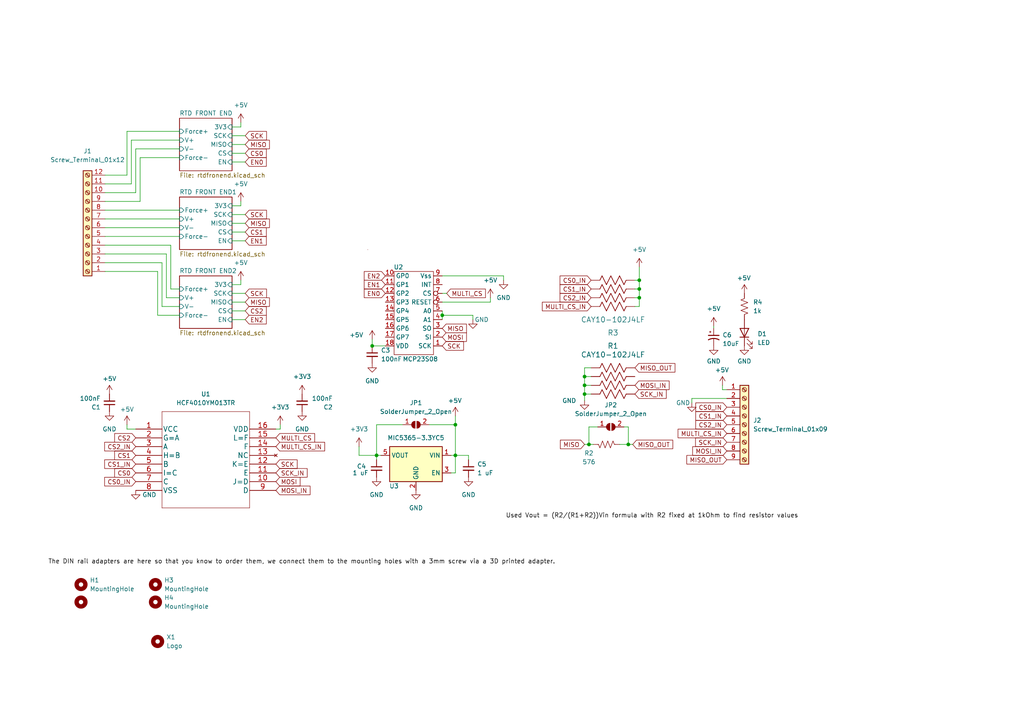
<source format=kicad_sch>
(kicad_sch (version 20211123) (generator eeschema)
  (paper "A4")
  (lib_symbols
    (symbol "CAY10-102J4LF:CAY10-102J4LF" (pin_numbers hide) (pin_names (offset -2.54) hide)
      (property "Reference" "R" (at 7.62 2.54 0))
      (property "Value" "CAY10-102J4LF" (at 6.35 -6.985 0))
      (symbol "CAY10-102J4LF_1_1"
        (polyline (pts (xy 2.54 -7.62) (xy 3.175 -6.35)) (stroke (width 0.2032)))
        (polyline (pts (xy 2.54 -5.08) (xy 3.175 -3.81)) (stroke (width 0.2032)))
        (polyline (pts (xy 2.54 -2.54) (xy 3.175 -1.27)) (stroke (width 0.2032)))
        (polyline (pts (xy 2.54 0) (xy 3.175 1.27)) (stroke (width 0.2032)))
        (polyline (pts (xy 3.175 -6.35) (xy 4.445 -8.89)) (stroke (width 0.2032)))
        (polyline (pts (xy 3.175 -3.81) (xy 4.445 -6.35)) (stroke (width 0.2032)))
        (polyline (pts (xy 3.175 -1.27) (xy 4.445 -3.81)) (stroke (width 0.2032)))
        (polyline (pts (xy 3.175 1.27) (xy 4.445 -1.27)) (stroke (width 0.2032)))
        (polyline (pts (xy 4.445 -8.89) (xy 5.715 -6.35)) (stroke (width 0.2032)))
        (polyline (pts (xy 4.445 -6.35) (xy 5.715 -3.81)) (stroke (width 0.2032)))
        (polyline (pts (xy 4.445 -3.81) (xy 5.715 -1.27)) (stroke (width 0.2032)))
        (polyline (pts (xy 4.445 -1.27) (xy 5.715 1.27)) (stroke (width 0.2032)))
        (polyline (pts (xy 5.715 -6.35) (xy 6.985 -8.89)) (stroke (width 0.2032)))
        (polyline (pts (xy 5.715 -3.81) (xy 6.985 -6.35)) (stroke (width 0.2032)))
        (polyline (pts (xy 5.715 -1.27) (xy 6.985 -3.81)) (stroke (width 0.2032)))
        (polyline (pts (xy 5.715 1.27) (xy 6.985 -1.27)) (stroke (width 0.2032)))
        (polyline (pts (xy 6.985 -8.89) (xy 8.255 -6.35)) (stroke (width 0.2032)))
        (polyline (pts (xy 6.985 -6.35) (xy 8.255 -3.81)) (stroke (width 0.2032)))
        (polyline (pts (xy 6.985 -3.81) (xy 8.255 -1.27)) (stroke (width 0.2032)))
        (polyline (pts (xy 6.985 -1.27) (xy 8.255 1.27)) (stroke (width 0.2032)))
        (polyline (pts (xy 8.255 -6.35) (xy 9.525 -8.89)) (stroke (width 0.2032)))
        (polyline (pts (xy 8.255 -3.81) (xy 9.525 -6.35)) (stroke (width 0.2032)))
        (polyline (pts (xy 8.255 -1.27) (xy 9.525 -3.81)) (stroke (width 0.2032)))
        (polyline (pts (xy 8.255 1.27) (xy 9.525 -1.27)) (stroke (width 0.2032)))
        (polyline (pts (xy 9.525 -8.89) (xy 10.16 -7.62)) (stroke (width 0.2032)))
        (polyline (pts (xy 9.525 -6.35) (xy 10.16 -5.08)) (stroke (width 0.2032)))
        (polyline (pts (xy 9.525 -3.81) (xy 10.16 -2.54)) (stroke (width 0.2032)))
        (polyline (pts (xy 9.525 -1.27) (xy 10.16 0)) (stroke (width 0.2032)))
        (pin unspecified line (at 0 0 0) (length 2.54) (name "1") (number "1"))
        (pin unspecified line (at 0 -2.54 0) (length 2.54) (name "2") (number "2"))
        (pin unspecified line (at 0 -5.08 0) (length 2.54) (name "3") (number "3"))
        (pin unspecified line (at 0 -7.62 0) (length 2.54) (name "4") (number "4"))
        (pin unspecified line (at 12.7 -7.62 180) (length 2.54) (name "5") (number "5"))
        (pin unspecified line (at 12.7 -5.08 180) (length 2.54) (name "6") (number "6"))
        (pin unspecified line (at 12.7 -2.54 180) (length 2.54) (name "7") (number "7"))
        (pin unspecified line (at 12.7 0 180) (length 2.54) (name "8") (number "8"))
      )
    )
    (symbol "Connector:Screw_Terminal_01x09" (pin_names (offset 1.016) hide)
      (property "Reference" "J" (at 0 12.7 0))
      (property "Value" "Screw_Terminal_01x09" (at 0 -12.7 0))
      (symbol "Screw_Terminal_01x09_1_1"
        (rectangle (start -1.27 11.43) (end 1.27 -11.43) (stroke (width 0.254)) (fill (type background)))
        (circle (center 0 -10.16) (radius 0.635) (stroke (width 0.1524)))
        (circle (center 0 -7.62) (radius 0.635) (stroke (width 0.1524)))
        (circle (center 0 -5.08) (radius 0.635) (stroke (width 0.1524)))
        (circle (center 0 -2.54) (radius 0.635) (stroke (width 0.1524)))
        (polyline (pts (xy -0.5334 -9.8298) (xy 0.3302 -10.668)) (stroke (width 0.1524)))
        (polyline (pts (xy -0.5334 -7.2898) (xy 0.3302 -8.128)) (stroke (width 0.1524)))
        (polyline (pts (xy -0.5334 -4.7498) (xy 0.3302 -5.588)) (stroke (width 0.1524)))
        (polyline (pts (xy -0.5334 -2.2098) (xy 0.3302 -3.048)) (stroke (width 0.1524)))
        (polyline (pts (xy -0.5334 0.3302) (xy 0.3302 -0.508)) (stroke (width 0.1524)))
        (polyline (pts (xy -0.5334 2.8702) (xy 0.3302 2.032)) (stroke (width 0.1524)))
        (polyline (pts (xy -0.5334 5.4102) (xy 0.3302 4.572)) (stroke (width 0.1524)))
        (polyline (pts (xy -0.5334 7.9502) (xy 0.3302 7.112)) (stroke (width 0.1524)))
        (polyline (pts (xy -0.5334 10.4902) (xy 0.3302 9.652)) (stroke (width 0.1524)))
        (polyline (pts (xy -0.3556 -9.652) (xy 0.508 -10.4902)) (stroke (width 0.1524)))
        (polyline (pts (xy -0.3556 -7.112) (xy 0.508 -7.9502)) (stroke (width 0.1524)))
        (polyline (pts (xy -0.3556 -4.572) (xy 0.508 -5.4102)) (stroke (width 0.1524)))
        (polyline (pts (xy -0.3556 -2.032) (xy 0.508 -2.8702)) (stroke (width 0.1524)))
        (polyline (pts (xy -0.3556 0.508) (xy 0.508 -0.3302)) (stroke (width 0.1524)))
        (polyline (pts (xy -0.3556 3.048) (xy 0.508 2.2098)) (stroke (width 0.1524)))
        (polyline (pts (xy -0.3556 5.588) (xy 0.508 4.7498)) (stroke (width 0.1524)))
        (polyline (pts (xy -0.3556 8.128) (xy 0.508 7.2898)) (stroke (width 0.1524)))
        (polyline (pts (xy -0.3556 10.668) (xy 0.508 9.8298)) (stroke (width 0.1524)))
        (circle (center 0 0) (radius 0.635) (stroke (width 0.1524)))
        (circle (center 0 2.54) (radius 0.635) (stroke (width 0.1524)))
        (circle (center 0 5.08) (radius 0.635) (stroke (width 0.1524)))
        (circle (center 0 7.62) (radius 0.635) (stroke (width 0.1524)))
        (circle (center 0 10.16) (radius 0.635) (stroke (width 0.1524)))
        (pin passive line (at -5.08 10.16 0) (length 3.81) (name "Pin_1") (number "1"))
        (pin passive line (at -5.08 7.62 0) (length 3.81) (name "Pin_2") (number "2"))
        (pin passive line (at -5.08 5.08 0) (length 3.81) (name "Pin_3") (number "3"))
        (pin passive line (at -5.08 2.54 0) (length 3.81) (name "Pin_4") (number "4"))
        (pin passive line (at -5.08 0 0) (length 3.81) (name "Pin_5") (number "5"))
        (pin passive line (at -5.08 -2.54 0) (length 3.81) (name "Pin_6") (number "6"))
        (pin passive line (at -5.08 -5.08 0) (length 3.81) (name "Pin_7") (number "7"))
        (pin passive line (at -5.08 -7.62 0) (length 3.81) (name "Pin_8") (number "8"))
        (pin passive line (at -5.08 -10.16 0) (length 3.81) (name "Pin_9") (number "9"))
      )
    )
    (symbol "Connector:Screw_Terminal_01x12" (pin_names (offset 1.016) hide)
      (property "Reference" "J" (at 0 15.24 0))
      (property "Value" "Screw_Terminal_01x12" (at 0 -17.78 0))
      (symbol "Screw_Terminal_01x12_1_1"
        (rectangle (start -1.27 13.97) (end 1.27 -16.51) (stroke (width 0.254)) (fill (type background)))
        (circle (center 0 -15.24) (radius 0.635) (stroke (width 0.1524)))
        (circle (center 0 -12.7) (radius 0.635) (stroke (width 0.1524)))
        (circle (center 0 -10.16) (radius 0.635) (stroke (width 0.1524)))
        (circle (center 0 -7.62) (radius 0.635) (stroke (width 0.1524)))
        (circle (center 0 -5.08) (radius 0.635) (stroke (width 0.1524)))
        (circle (center 0 -2.54) (radius 0.635) (stroke (width 0.1524)))
        (polyline (pts (xy -0.5334 -14.9098) (xy 0.3302 -15.748)) (stroke (width 0.1524)))
        (polyline (pts (xy -0.5334 -12.3698) (xy 0.3302 -13.208)) (stroke (width 0.1524)))
        (polyline (pts (xy -0.5334 -9.8298) (xy 0.3302 -10.668)) (stroke (width 0.1524)))
        (polyline (pts (xy -0.5334 -7.2898) (xy 0.3302 -8.128)) (stroke (width 0.1524)))
        (polyline (pts (xy -0.5334 -4.7498) (xy 0.3302 -5.588)) (stroke (width 0.1524)))
        (polyline (pts (xy -0.5334 -2.2098) (xy 0.3302 -3.048)) (stroke (width 0.1524)))
        (polyline (pts (xy -0.5334 0.3302) (xy 0.3302 -0.508)) (stroke (width 0.1524)))
        (polyline (pts (xy -0.5334 2.8702) (xy 0.3302 2.032)) (stroke (width 0.1524)))
        (polyline (pts (xy -0.5334 5.4102) (xy 0.3302 4.572)) (stroke (width 0.1524)))
        (polyline (pts (xy -0.5334 7.9502) (xy 0.3302 7.112)) (stroke (width 0.1524)))
        (polyline (pts (xy -0.5334 10.4902) (xy 0.3302 9.652)) (stroke (width 0.1524)))
        (polyline (pts (xy -0.5334 13.0302) (xy 0.3302 12.192)) (stroke (width 0.1524)))
        (polyline (pts (xy -0.3556 -14.732) (xy 0.508 -15.5702)) (stroke (width 0.1524)))
        (polyline (pts (xy -0.3556 -12.192) (xy 0.508 -13.0302)) (stroke (width 0.1524)))
        (polyline (pts (xy -0.3556 -9.652) (xy 0.508 -10.4902)) (stroke (width 0.1524)))
        (polyline (pts (xy -0.3556 -7.112) (xy 0.508 -7.9502)) (stroke (width 0.1524)))
        (polyline (pts (xy -0.3556 -4.572) (xy 0.508 -5.4102)) (stroke (width 0.1524)))
        (polyline (pts (xy -0.3556 -2.032) (xy 0.508 -2.8702)) (stroke (width 0.1524)))
        (polyline (pts (xy -0.3556 0.508) (xy 0.508 -0.3302)) (stroke (width 0.1524)))
        (polyline (pts (xy -0.3556 3.048) (xy 0.508 2.2098)) (stroke (width 0.1524)))
        (polyline (pts (xy -0.3556 5.588) (xy 0.508 4.7498)) (stroke (width 0.1524)))
        (polyline (pts (xy -0.3556 8.128) (xy 0.508 7.2898)) (stroke (width 0.1524)))
        (polyline (pts (xy -0.3556 10.668) (xy 0.508 9.8298)) (stroke (width 0.1524)))
        (polyline (pts (xy -0.3556 13.208) (xy 0.508 12.3698)) (stroke (width 0.1524)))
        (circle (center 0 0) (radius 0.635) (stroke (width 0.1524)))
        (circle (center 0 2.54) (radius 0.635) (stroke (width 0.1524)))
        (circle (center 0 5.08) (radius 0.635) (stroke (width 0.1524)))
        (circle (center 0 7.62) (radius 0.635) (stroke (width 0.1524)))
        (circle (center 0 10.16) (radius 0.635) (stroke (width 0.1524)))
        (circle (center 0 12.7) (radius 0.635) (stroke (width 0.1524)))
        (pin passive line (at -5.08 12.7 0) (length 3.81) (name "Pin_1") (number "1"))
        (pin passive line (at -5.08 -10.16 0) (length 3.81) (name "Pin_10") (number "10"))
        (pin passive line (at -5.08 -12.7 0) (length 3.81) (name "Pin_11") (number "11"))
        (pin passive line (at -5.08 -15.24 0) (length 3.81) (name "Pin_12") (number "12"))
        (pin passive line (at -5.08 10.16 0) (length 3.81) (name "Pin_2") (number "2"))
        (pin passive line (at -5.08 7.62 0) (length 3.81) (name "Pin_3") (number "3"))
        (pin passive line (at -5.08 5.08 0) (length 3.81) (name "Pin_4") (number "4"))
        (pin passive line (at -5.08 2.54 0) (length 3.81) (name "Pin_5") (number "5"))
        (pin passive line (at -5.08 0 0) (length 3.81) (name "Pin_6") (number "6"))
        (pin passive line (at -5.08 -2.54 0) (length 3.81) (name "Pin_7") (number "7"))
        (pin passive line (at -5.08 -5.08 0) (length 3.81) (name "Pin_8") (number "8"))
        (pin passive line (at -5.08 -7.62 0) (length 3.81) (name "Pin_9") (number "9"))
      )
    )
    (symbol "Device:C_Polarized_Small_US" (pin_numbers hide) (pin_names (offset 0.254) hide)
      (property "Reference" "C" (at 0.254 1.778 0))
      (property "Value" "C_Polarized_Small_US" (at 0.254 -2.032 0))
      (symbol "C_Polarized_Small_US_0_1"
        (polyline (pts (xy -1.524 0.508) (xy 1.524 0.508)) (stroke (width 0.3048)))
        (polyline (pts (xy -1.27 1.524) (xy -0.762 1.524)))
        (polyline (pts (xy -1.016 1.27) (xy -1.016 1.778)))
        (arc (start 1.524 -0.762) (mid 0 -0.3734) (end -1.524 -0.762) (stroke (width 0.3048)))
      )
      (symbol "C_Polarized_Small_US_1_1"
        (pin passive line (at 0 2.54 270) (length 2.032) (name "~") (number "1"))
        (pin passive line (at 0 -2.54 90) (length 2.032) (name "~") (number "2"))
      )
    )
    (symbol "Device:C_Small" (pin_numbers hide) (pin_names (offset 0.254) hide)
      (property "Reference" "C" (at 0.254 1.778 0))
      (property "Value" "C_Small" (at 0.254 -2.032 0))
      (symbol "C_Small_0_1"
        (polyline (pts (xy -1.524 -0.508) (xy 1.524 -0.508)) (stroke (width 0.3302)))
        (polyline (pts (xy -1.524 0.508) (xy 1.524 0.508)) (stroke (width 0.3048)))
      )
      (symbol "C_Small_1_1"
        (pin passive line (at 0 2.54 270) (length 2.032) (name "~") (number "1"))
        (pin passive line (at 0 -2.54 90) (length 2.032) (name "~") (number "2"))
      )
    )
    (symbol "Device:LED" (pin_numbers hide) (pin_names (offset 1.016) hide)
      (property "Reference" "D" (at 0 2.54 0))
      (property "Value" "LED" (at 0 -2.54 0))
      (symbol "LED_0_1"
        (polyline (pts (xy -1.27 -1.27) (xy -1.27 1.27)) (stroke (width 0.254)))
        (polyline (pts (xy -1.27 0) (xy 1.27 0)))
        (polyline (pts (xy 1.27 -1.27) (xy 1.27 1.27) (xy -1.27 0) (xy 1.27 -1.27)) (stroke (width 0.254)))
        (polyline (pts (xy -3.048 -0.762) (xy -4.572 -2.286) (xy -3.81 -2.286) (xy -4.572 -2.286) (xy -4.572 -1.524)))
        (polyline (pts (xy -1.778 -0.762) (xy -3.302 -2.286) (xy -2.54 -2.286) (xy -3.302 -2.286) (xy -3.302 -1.524)))
      )
      (symbol "LED_1_1"
        (pin passive line (at -3.81 0 0) (length 2.54) (name "K") (number "1"))
        (pin passive line (at 3.81 0 180) (length 2.54) (name "A") (number "2"))
      )
    )
    (symbol "Device:R_US" (pin_numbers hide) (pin_names (offset 0))
      (property "Reference" "R" (at 2.54 0 90))
      (property "Value" "R_US" (at -2.54 0 90))
      (symbol "R_US_0_1"
        (polyline (pts (xy 0 -2.286) (xy 0 -2.54)))
        (polyline (pts (xy 0 2.286) (xy 0 2.54)))
        (polyline (pts (xy 0 -0.762) (xy 1.016 -1.143) (xy 0 -1.524) (xy -1.016 -1.905) (xy 0 -2.286)))
        (polyline (pts (xy 0 0.762) (xy 1.016 0.381) (xy 0 0) (xy -1.016 -0.381) (xy 0 -0.762)))
        (polyline (pts (xy 0 2.286) (xy 1.016 1.905) (xy 0 1.524) (xy -1.016 1.143) (xy 0 0.762)))
      )
      (symbol "R_US_1_1"
        (pin passive line (at 0 3.81 270) (length 1.27) (name "~") (number "1"))
        (pin passive line (at 0 -3.81 90) (length 1.27) (name "~") (number "2"))
      )
    )
    (symbol "HCF4010:HCF4010YM013TR" (pin_names (offset 0.254))
      (property "Reference" "U" (at 20.32 10.16 0))
      (property "Value" "HCF4010YM013TR" (at 20.32 7.62 0))
      (symbol "HCF4010YM013TR_1_1"
        (polyline (pts (xy 7.62 -22.86) (xy 33.02 -22.86)) (stroke (width 0.127)))
        (polyline (pts (xy 7.62 5.08) (xy 7.62 -22.86)) (stroke (width 0.127)))
        (polyline (pts (xy 33.02 -22.86) (xy 33.02 5.08)) (stroke (width 0.127)))
        (polyline (pts (xy 33.02 5.08) (xy 7.62 5.08)) (stroke (width 0.127)))
        (pin power_in line (at 0 0 0) (length 7.62) (name "VCC") (number "1"))
        (pin unspecified line (at 40.64 -15.24 180) (length 7.62) (name "J=D") (number "10"))
        (pin unspecified line (at 40.64 -12.7 180) (length 7.62) (name "E") (number "11"))
        (pin unspecified line (at 40.64 -10.16 180) (length 7.62) (name "K=E") (number "12"))
        (pin no_connect line (at 40.64 -7.62 180) (length 7.62) (name "NC") (number "13"))
        (pin unspecified line (at 40.64 -5.08 180) (length 7.62) (name "F") (number "14"))
        (pin unspecified line (at 40.64 -2.54 180) (length 7.62) (name "L=F") (number "15"))
        (pin power_in line (at 40.64 0 180) (length 7.62) (name "VDD") (number "16"))
        (pin unspecified line (at 0 -2.54 0) (length 7.62) (name "G=A") (number "2"))
        (pin unspecified line (at 0 -5.08 0) (length 7.62) (name "A") (number "3"))
        (pin unspecified line (at 0 -7.62 0) (length 7.62) (name "H=B") (number "4"))
        (pin unspecified line (at 0 -10.16 0) (length 7.62) (name "B") (number "5"))
        (pin unspecified line (at 0 -12.7 0) (length 7.62) (name "I=C") (number "6"))
        (pin unspecified line (at 0 -15.24 0) (length 7.62) (name "C") (number "7"))
        (pin power_in line (at 0 -17.78 0) (length 7.62) (name "VSS") (number "8"))
        (pin unspecified line (at 40.64 -17.78 180) (length 7.62) (name "D") (number "9"))
      )
    )
    (symbol "Jumper:SolderJumper_2_Open" (pin_names (offset 0) hide)
      (property "Reference" "JP" (at 0 2.032 0))
      (property "Value" "SolderJumper_2_Open" (at 0 -2.54 0))
      (symbol "SolderJumper_2_Open_0_1"
        (arc (start -0.254 1.016) (mid -1.27 0) (end -0.254 -1.016))
        (arc (start -0.254 1.016) (mid -1.27 0) (end -0.254 -1.016) (fill (type outline)))
        (polyline (pts (xy -0.254 1.016) (xy -0.254 -1.016)))
        (polyline (pts (xy 0.254 1.016) (xy 0.254 -1.016)))
        (arc (start 0.254 -1.016) (mid 1.27 0) (end 0.254 1.016))
        (arc (start 0.254 -1.016) (mid 1.27 0) (end 0.254 1.016) (fill (type outline)))
      )
      (symbol "SolderJumper_2_Open_1_1"
        (pin passive line (at -3.81 0 0) (length 2.54) (name "A") (number "1"))
        (pin passive line (at 3.81 0 180) (length 2.54) (name "B") (number "2"))
      )
    )
    (symbol "Mechanical:MountingHole" (pin_names (offset 1.016))
      (property "Reference" "H" (at 0 5.08 0))
      (property "Value" "MountingHole" (at 0 3.175 0))
      (symbol "MountingHole_0_1"
        (circle (center 0 0) (radius 1.27) (stroke (width 1.27)))
      )
    )
    (symbol "Regulator_Linear:MIC5365-3.3YC5"
      (property "Reference" "U" (at -6.35 6.35 0))
      (property "Value" "MIC5365-3.3YC5" (at 0 6.35 0))
      (symbol "MIC5365-3.3YC5_0_1"
        (rectangle (start -7.62 -5.08) (end 7.62 5.08) (stroke (width 0.254)) (fill (type background)))
      )
      (symbol "MIC5365-3.3YC5_1_1"
        (pin power_in line (at -10.16 2.54 0) (length 2.54) (name "VIN") (number "1"))
        (pin power_in line (at 0 -7.62 90) (length 2.54) (name "GND") (number "2"))
        (pin input line (at -10.16 -2.54 0) (length 2.54) (name "EN") (number "3"))
        (pin no_connect line (at 7.62 -2.54 180) (length 2.54) hide (name "NC") (number "4"))
        (pin power_out line (at 10.16 2.54 180) (length 2.54) (name "VOUT") (number "5"))
      )
    )
    (symbol "SBC_LIBRARY:MCP23S08"
      (property "Reference" "U" (at -3.81 13.97 0))
      (property "Value" "MCP23S08" (at -1.27 -12.7 0))
      (symbol "MCP23S08_0_1"
        (rectangle (start -6.35 12.7) (end 5.08 -11.43))
        (rectangle (start 12.7 -17.78) (end 12.7 -17.78))
      )
      (symbol "MCP23S08_1_1"
        (pin input line (at -8.89 10.16 0) (length 2.54) (name "SCK") (number "1"))
        (pin bidirectional line (at 7.62 -10.16 180) (length 2.54) (name "GP0") (number "10"))
        (pin bidirectional line (at 7.62 -7.62 180) (length 2.54) (name "GP1") (number "11"))
        (pin bidirectional line (at 7.62 -5.08 180) (length 2.54) (name "GP2") (number "12"))
        (pin bidirectional line (at 7.62 -2.54 180) (length 2.54) (name "GP3") (number "13"))
        (pin bidirectional line (at 7.62 0 180) (length 2.54) (name "GP4") (number "14"))
        (pin bidirectional line (at 7.62 2.54 180) (length 2.54) (name "GP5") (number "15"))
        (pin bidirectional line (at 7.62 5.08 180) (length 2.54) (name "GP6") (number "16"))
        (pin bidirectional line (at 7.62 7.62 180) (length 2.54) (name "GP7") (number "17"))
        (pin input line (at 7.62 10.16 180) (length 2.54) (name "VDD") (number "18"))
        (pin input line (at -8.89 7.62 0) (length 2.54) (name "SI") (number "2"))
        (pin output line (at -8.89 5.08 0) (length 2.54) (name "SO") (number "3"))
        (pin input line (at -8.89 2.54 0) (length 2.54) (name "A1") (number "4"))
        (pin input line (at -8.89 0 0) (length 2.54) (name "A0") (number "5"))
        (pin input inverted (at -8.89 -2.54 0) (length 2.54) (name "RESET") (number "6"))
        (pin input inverted (at -8.89 -5.08 0) (length 2.54) (name "CS") (number "7"))
        (pin output line (at -8.89 -7.62 0) (length 2.54) (name "INT") (number "8"))
        (pin input line (at -8.89 -10.16 0) (length 2.54) (name "Vss") (number "9"))
      )
    )
    (symbol "power:+3.3V" (power) (pin_names (offset 0))
      (property "Value" "+3.3V" (at 0 3.556 0))
      (symbol "+3.3V_0_1"
        (polyline (pts (xy -0.762 1.27) (xy 0 2.54)))
        (polyline (pts (xy 0 0) (xy 0 2.54)))
        (polyline (pts (xy 0 2.54) (xy 0.762 1.27)))
      )
      (symbol "+3.3V_1_1"
        (pin power_in line (at 0 0 90) (length 0) hide (name "+3V3") (number "1"))
      )
    )
    (symbol "power:+5V" (power) (pin_names (offset 0))
      (property "Value" "+5V" (at 0 3.556 0))
      (symbol "+5V_0_1"
        (polyline (pts (xy -0.762 1.27) (xy 0 2.54)))
        (polyline (pts (xy 0 0) (xy 0 2.54)))
        (polyline (pts (xy 0 2.54) (xy 0.762 1.27)))
      )
      (symbol "+5V_1_1"
        (pin power_in line (at 0 0 90) (length 0) hide (name "+5V") (number "1"))
      )
    )
    (symbol "power:GND" (power) (pin_names (offset 0))
      (property "Value" "GND" (at 0 -3.81 0))
      (symbol "GND_0_1"
        (polyline (pts (xy 0 0) (xy 0 -1.27) (xy 1.27 -1.27) (xy 0 -2.54) (xy -1.27 -1.27) (xy 0 -1.27)))
      )
      (symbol "GND_1_1"
        (pin power_in line (at 0 0 270) (length 0) hide (name "GND") (number "1"))
      )
    )
  )
  (junction (at 185.42 86.36))
  (junction (at 169.545 111.76))
  (junction (at 132.08 123.19))
  (junction (at 185.42 81.28))
  (junction (at 107.95 100.33))
  (junction (at 132.08 132.08))
  (junction (at 182.245 128.905))
  (junction (at 169.545 109.22))
  (junction (at 169.545 114.3))
  (junction (at 128.27 91.44))
  (junction (at 109.22 132.08))
  (junction (at 185.42 83.82))
  (junction (at 170.815 128.905))
  (wire (pts (xy 128.27 90.17) (xy 128.27 91.44)))
  (wire (pts (xy 52.07 40.64) (xy 38.1 40.64)))
  (wire (pts (xy 30.48 50.8) (xy 36.83 50.8)))
  (wire (pts (xy 67.31 92.71) (xy 71.12 92.71)))
  (wire (pts (xy 67.31 62.23) (xy 71.12 62.23)))
  (wire (pts (xy 49.53 71.12) (xy 49.53 83.82)))
  (wire (pts (xy 67.31 85.09) (xy 71.12 85.09)))
  (wire (pts (xy 30.48 76.2) (xy 46.99 76.2)))
  (wire (pts (xy 142.24 86.36) (xy 142.24 87.63)))
  (wire (pts (xy 171.45 106.68) (xy 169.545 106.68)))
  (wire (pts (xy 182.245 128.905) (xy 183.515 128.905)))
  (wire (pts (xy 109.22 132.08) (xy 110.49 132.08)))
  (wire (pts (xy 30.48 78.74) (xy 45.72 78.74)))
  (wire (pts (xy 67.31 44.45) (xy 71.12 44.45)))
  (wire (pts (xy 30.48 68.58) (xy 52.07 68.58)))
  (wire (pts (xy 170.815 128.905) (xy 172.085 128.905)))
  (wire (pts (xy 180.975 123.825) (xy 182.245 123.825)))
  (wire (pts (xy 107.95 98.425) (xy 107.95 100.33)))
  (wire (pts (xy 132.08 132.08) (xy 132.08 137.16)))
  (wire (pts (xy 185.42 81.28) (xy 185.42 83.82)))
  (wire (pts (xy 67.31 90.17) (xy 71.12 90.17)))
  (wire (pts (xy 169.545 114.3) (xy 171.45 114.3)))
  (wire (pts (xy 52.07 88.9) (xy 46.99 88.9)))
  (wire (pts (xy 40.64 58.42) (xy 30.48 58.42)))
  (wire (pts (xy 30.48 66.04) (xy 52.07 66.04)))
  (wire (pts (xy 184.15 83.82) (xy 185.42 83.82)))
  (wire (pts (xy 81.28 123.19) (xy 81.28 124.46)))
  (wire (pts (xy 170.815 123.825) (xy 170.815 128.905)))
  (wire (pts (xy 109.22 132.08) (xy 109.22 133.35)))
  (wire (pts (xy 132.08 120.65) (xy 132.08 123.19)))
  (wire (pts (xy 124.46 123.19) (xy 132.08 123.19)))
  (wire (pts (xy 49.53 83.82) (xy 52.07 83.82)))
  (wire (pts (xy 209.55 111.76) (xy 209.55 113.03)))
  (wire (pts (xy 38.1 40.64) (xy 38.1 53.34)))
  (wire (pts (xy 45.72 78.74) (xy 45.72 91.44)))
  (wire (pts (xy 185.42 86.36) (xy 185.42 88.9)))
  (wire (pts (xy 36.83 124.46) (xy 39.37 124.46)))
  (wire (pts (xy 69.85 36.83) (xy 67.31 36.83)))
  (wire (pts (xy 171.45 111.76) (xy 169.545 111.76)))
  (wire (pts (xy 30.48 73.66) (xy 48.26 73.66)))
  (wire (pts (xy 128.27 91.44) (xy 137.16 91.44)))
  (wire (pts (xy 67.31 69.85) (xy 71.12 69.85)))
  (wire (pts (xy 185.42 77.47) (xy 185.42 81.28)))
  (wire (pts (xy 39.37 43.18) (xy 52.07 43.18)))
  (wire (pts (xy 169.545 106.68) (xy 169.545 109.22)))
  (wire (pts (xy 104.14 129.54) (xy 104.14 132.08)))
  (wire (pts (xy 207.01 95.25) (xy 207.01 94.615)))
  (wire (pts (xy 104.14 132.08) (xy 109.22 132.08)))
  (wire (pts (xy 67.31 67.31) (xy 71.12 67.31)))
  (wire (pts (xy 36.83 38.1) (xy 52.07 38.1)))
  (wire (pts (xy 179.705 128.905) (xy 182.245 128.905)))
  (wire (pts (xy 69.85 58.42) (xy 69.85 59.69)))
  (wire (pts (xy 184.15 88.9) (xy 185.42 88.9)))
  (wire (pts (xy 135.89 133.35) (xy 135.89 132.08)))
  (wire (pts (xy 81.28 124.46) (xy 80.01 124.46)))
  (wire (pts (xy 169.545 109.22) (xy 171.45 109.22)))
  (wire (pts (xy 69.85 82.55) (xy 67.31 82.55)))
  (wire (pts (xy 30.48 63.5) (xy 52.07 63.5)))
  (wire (pts (xy 48.26 73.66) (xy 48.26 86.36)))
  (wire (pts (xy 185.42 83.82) (xy 185.42 86.36)))
  (wire (pts (xy 130.81 132.08) (xy 132.08 132.08)))
  (wire (pts (xy 146.05 80.01) (xy 128.27 80.01)))
  (wire (pts (xy 67.31 41.91) (xy 71.12 41.91)))
  (wire (pts (xy 45.72 91.44) (xy 52.07 91.44)))
  (wire (pts (xy 69.85 35.56) (xy 69.85 36.83)))
  (wire (pts (xy 67.31 39.37) (xy 71.12 39.37)))
  (wire (pts (xy 48.26 86.36) (xy 52.07 86.36)))
  (wire (pts (xy 169.545 114.3) (xy 169.545 116.205)))
  (wire (pts (xy 39.37 55.88) (xy 39.37 43.18)))
  (wire (pts (xy 184.15 86.36) (xy 185.42 86.36)))
  (wire (pts (xy 69.85 59.69) (xy 67.31 59.69)))
  (wire (pts (xy 67.31 64.77) (xy 71.12 64.77)))
  (wire (pts (xy 146.05 81.28) (xy 146.05 80.01)))
  (wire (pts (xy 209.55 113.03) (xy 210.82 113.03)))
  (wire (pts (xy 137.16 91.44) (xy 137.16 92.71)))
  (wire (pts (xy 30.48 55.88) (xy 39.37 55.88)))
  (wire (pts (xy 200.66 115.57) (xy 210.82 115.57)))
  (wire (pts (xy 38.1 53.34) (xy 30.48 53.34)))
  (wire (pts (xy 67.31 46.99) (xy 71.12 46.99)))
  (wire (pts (xy 109.22 123.19) (xy 109.22 132.08)))
  (wire (pts (xy 52.07 45.72) (xy 40.64 45.72)))
  (wire (pts (xy 169.545 109.22) (xy 169.545 111.76)))
  (wire (pts (xy 128.27 87.63) (xy 142.24 87.63)))
  (wire (pts (xy 30.48 60.96) (xy 52.07 60.96)))
  (wire (pts (xy 36.83 123.19) (xy 36.83 124.46)))
  (wire (pts (xy 169.545 128.905) (xy 170.815 128.905)))
  (wire (pts (xy 30.48 71.12) (xy 49.53 71.12)))
  (wire (pts (xy 107.95 100.33) (xy 111.76 100.33)))
  (wire (pts (xy 132.08 123.19) (xy 132.08 132.08)))
  (wire (pts (xy 169.545 111.76) (xy 169.545 114.3)))
  (wire (pts (xy 69.85 81.28) (xy 69.85 82.55)))
  (wire (pts (xy 173.355 123.825) (xy 170.815 123.825)))
  (wire (pts (xy 67.31 87.63) (xy 71.12 87.63)))
  (wire (pts (xy 116.84 123.19) (xy 109.22 123.19)))
  (wire (pts (xy 128.27 91.44) (xy 128.27 92.71)))
  (wire (pts (xy 184.15 81.28) (xy 185.42 81.28)))
  (wire (pts (xy 40.64 45.72) (xy 40.64 58.42)))
  (wire (pts (xy 200.66 116.84) (xy 200.66 115.57)))
  (wire (pts (xy 128.27 85.09) (xy 129.54 85.09)))
  (wire (pts (xy 132.08 137.16) (xy 130.81 137.16)))
  (wire (pts (xy 46.99 88.9) (xy 46.99 76.2)))
  (wire (pts (xy 36.83 50.8) (xy 36.83 38.1)))
  (wire (pts (xy 182.245 123.825) (xy 182.245 128.905)))
  (wire (pts (xy 135.89 132.08) (xy 132.08 132.08)))
  (label "Used Vout = (R2{slash}(R1+R2))Vin formula with R2 fixed at 1kOhm to find resistor values" (at 146.685 150.495 0))
  (label "The DIN rail adapters are here so that you know to order them, we connect them to the mounting holes with a 3mm screw via a 3D printed adapter." (at 13.97 163.83 0))
  (global_label "MULTI_CS" (shape input) (at 80.01 127 0) (property "Intersheet References" "${INTERSHEET_REFS}" (effects hide)))
  (global_label "MISO" (shape input) (at 71.12 87.63 0) (property "Intersheet References" "${INTERSHEET_REFS}" (effects hide)))
  (global_label "CS0" (shape input) (at 71.12 44.45 0) (property "Intersheet References" "${INTERSHEET_REFS}" (effects hide)))
  (global_label "MOSI_IN" (shape input) (at 184.15 111.76 0) (property "Intersheet References" "${INTERSHEET_REFS}" (effects hide)))
  (global_label "MOSI_IN" (shape input) (at 210.82 130.81 180) (property "Intersheet References" "${INTERSHEET_REFS}" (effects hide)))
  (global_label "MOSI" (shape input) (at 128.27 97.79 0) (property "Intersheet References" "${INTERSHEET_REFS}" (effects hide)))
  (global_label "EN2" (shape input) (at 71.12 92.71 0) (property "Intersheet References" "${INTERSHEET_REFS}" (effects hide)))
  (global_label "MISO" (shape input) (at 71.12 64.77 0) (property "Intersheet References" "${INTERSHEET_REFS}" (effects hide)))
  (global_label "MISO_OUT" (shape input) (at 183.515 128.905 0) (property "Intersheet References" "${INTERSHEET_REFS}" (effects hide)))
  (global_label "EN1" (shape input) (at 111.76 82.55 180) (property "Intersheet References" "${INTERSHEET_REFS}" (effects hide)))
  (global_label "SCK" (shape input) (at 80.01 134.62 0) (property "Intersheet References" "${INTERSHEET_REFS}" (effects hide)))
  (global_label "CS1" (shape input) (at 39.37 132.08 180) (property "Intersheet References" "${INTERSHEET_REFS}" (effects hide)))
  (global_label "MULTI_CS_IN" (shape input) (at 80.01 129.54 0) (property "Intersheet References" "${INTERSHEET_REFS}" (effects hide)))
  (global_label "EN0" (shape input) (at 111.76 85.09 180) (property "Intersheet References" "${INTERSHEET_REFS}" (effects hide)))
  (global_label "MISO" (shape input) (at 128.27 95.25 0) (property "Intersheet References" "${INTERSHEET_REFS}" (effects hide)))
  (global_label "CS0_IN" (shape input) (at 171.45 81.28 180) (property "Intersheet References" "${INTERSHEET_REFS}" (effects hide)))
  (global_label "EN1" (shape input) (at 71.12 69.85 0) (property "Intersheet References" "${INTERSHEET_REFS}" (effects hide)))
  (global_label "CS0" (shape input) (at 39.37 137.16 180) (property "Intersheet References" "${INTERSHEET_REFS}" (effects hide)))
  (global_label "CS1" (shape input) (at 71.12 67.31 0) (property "Intersheet References" "${INTERSHEET_REFS}" (effects hide)))
  (global_label "SCK" (shape input) (at 71.12 85.09 0) (property "Intersheet References" "${INTERSHEET_REFS}" (effects hide)))
  (global_label "MISO" (shape input) (at 169.545 128.905 180) (property "Intersheet References" "${INTERSHEET_REFS}" (effects hide)))
  (global_label "CS0_IN" (shape input) (at 39.37 139.7 180) (property "Intersheet References" "${INTERSHEET_REFS}" (effects hide)))
  (global_label "MOSI_IN" (shape input) (at 80.01 142.24 0) (property "Intersheet References" "${INTERSHEET_REFS}" (effects hide)))
  (global_label "CS2_IN" (shape input) (at 171.45 86.36 180) (property "Intersheet References" "${INTERSHEET_REFS}" (effects hide)))
  (global_label "CS0_IN" (shape input) (at 210.82 118.11 180) (property "Intersheet References" "${INTERSHEET_REFS}" (effects hide)))
  (global_label "CS2_IN" (shape input) (at 210.82 123.19 180) (property "Intersheet References" "${INTERSHEET_REFS}" (effects hide)))
  (global_label "MULTI_CS_IN" (shape input) (at 210.82 125.73 180) (property "Intersheet References" "${INTERSHEET_REFS}" (effects hide)))
  (global_label "MISO_OUT" (shape input) (at 210.82 133.35 180) (property "Intersheet References" "${INTERSHEET_REFS}" (effects hide)))
  (global_label "EN0" (shape input) (at 71.12 46.99 0) (property "Intersheet References" "${INTERSHEET_REFS}" (effects hide)))
  (global_label "MISO" (shape input) (at 71.12 41.91 0) (property "Intersheet References" "${INTERSHEET_REFS}" (effects hide)))
  (global_label "EN2" (shape input) (at 111.76 80.01 180) (property "Intersheet References" "${INTERSHEET_REFS}" (effects hide)))
  (global_label "CS1_IN" (shape input) (at 210.82 120.65 180) (property "Intersheet References" "${INTERSHEET_REFS}" (effects hide)))
  (global_label "CS2" (shape input) (at 71.12 90.17 0) (property "Intersheet References" "${INTERSHEET_REFS}" (effects hide)))
  (global_label "CS1_IN" (shape input) (at 39.37 134.62 180) (property "Intersheet References" "${INTERSHEET_REFS}" (effects hide)))
  (global_label "SCK_IN" (shape input) (at 80.01 137.16 0) (property "Intersheet References" "${INTERSHEET_REFS}" (effects hide)))
  (global_label "CS2" (shape input) (at 39.37 127 180) (property "Intersheet References" "${INTERSHEET_REFS}" (effects hide)))
  (global_label "SCK_IN" (shape input) (at 184.15 114.3 0) (property "Intersheet References" "${INTERSHEET_REFS}" (effects hide)))
  (global_label "SCK" (shape input) (at 128.27 100.33 0) (property "Intersheet References" "${INTERSHEET_REFS}" (effects hide)))
  (global_label "CS1_IN" (shape input) (at 171.45 83.82 180) (property "Intersheet References" "${INTERSHEET_REFS}" (effects hide)))
  (global_label "MISO_OUT" (shape input) (at 184.15 106.68 0) (property "Intersheet References" "${INTERSHEET_REFS}" (effects hide)))
  (global_label "SCK" (shape input) (at 71.12 39.37 0) (property "Intersheet References" "${INTERSHEET_REFS}" (effects hide)))
  (global_label "MULTI_CS" (shape input) (at 129.54 85.09 0) (property "Intersheet References" "${INTERSHEET_REFS}" (effects hide)))
  (global_label "MULTI_CS_IN" (shape input) (at 171.45 88.9 180) (property "Intersheet References" "${INTERSHEET_REFS}" (effects hide)))
  (global_label "CS2_IN" (shape input) (at 39.37 129.54 180) (property "Intersheet References" "${INTERSHEET_REFS}" (effects hide)))
  (global_label "MOSI" (shape input) (at 80.01 139.7 0) (property "Intersheet References" "${INTERSHEET_REFS}" (effects hide)))
  (global_label "SCK_IN" (shape input) (at 210.82 128.27 180) (property "Intersheet References" "${INTERSHEET_REFS}" (effects hide)))
  (global_label "SCK" (shape input) (at 71.12 62.23 0) (property "Intersheet References" "${INTERSHEET_REFS}" (effects hide)))
  (symbol (lib_id "power:+5V") (at 215.9 85.09 0) (unit 1)
    (property "Reference" "#PWR027" (effects hide))
    (property "Value" "+5V" (at 217.805 80.645 0) (effects (justify right)))
  )
  (symbol (lib_id "power:GND") (at 107.95 105.41 0) (unit 1)
    (property "Reference" "#PWR013" (effects hide))
    (property "Value" "GND" (at 107.95 110.49 0))
  )
  (symbol (lib_id "HCF4010:HCF4010YM013TR") (at 39.37 124.46 0) (unit 1)
    (property "Reference" "U1" (at 59.69 114.3 0))
    (property "Value" "HCF4010YM013TR" (at 59.69 116.84 0))
    (property "Footprint" "Package_SO:SOIC-16_3.9x9.9mm_P1.27mm" (effects hide))
    (property "Datasheet" "https://www.st.com/content/ccc/resource/technical/document/datasheet/a6/35/d1/2f/cf/e8/4f/3b/CD00002637.pdf/files/CD00002637.pdf/jcr:content/translations/en.CD00002637.pdf" (effects hide))
  )
  (symbol (lib_id "power:+5V") (at 69.85 35.56 0) (unit 1)
    (property "Reference" "#PWR05" (effects hide))
    (property "Value" "+5V" (at 69.85 30.48 0))
  )
  (symbol (lib_id "power:GND") (at 31.75 119.38 0) (unit 1)
    (property "Reference" "#PWR02" (effects hide))
    (property "Value" "GND" (at 31.75 124.46 0))
  )
  (symbol (lib_id "power:+5V") (at 207.01 94.615 0) (unit 1)
    (property "Reference" "#PWR024" (effects hide))
    (property "Value" "+5V" (at 207.01 89.535 0))
  )
  (symbol (lib_id "CAY10-102J4LF:CAY10-102J4LF") (at 171.45 106.68 0) (unit 1)
    (property "Reference" "R1" (at 177.8 100.33 0) (effects (font (size 1.524 1.524))))
    (property "Value" "CAY10-102J4LF" (at 177.8 102.87 0) (effects (font (size 1.524 1.524))))
    (property "Footprint" "SBC:8-RES-NETWORK" (effects hide))
    (property "Datasheet" "https://www.bourns.com/docs/Product-Datasheets/CAY10.pdf" (effects hide))
  )
  (symbol (lib_id "power:GND") (at 137.16 92.71 0) (unit 1)
    (property "Reference" "#PWR018" (effects hide))
    (property "Value" "GND" (at 139.7 92.71 0))
  )
  (symbol (lib_id "power:+5V") (at 69.85 81.28 0) (unit 1)
    (property "Reference" "#PWR07" (effects hide))
    (property "Value" "+5V" (at 69.85 76.2 0))
  )
  (symbol (lib_id "Mechanical:MountingHole") (at 45.72 186.055 0) (unit 1)
    (property "Reference" "X1" (at 48.26 184.7849 0) (effects (justify left)))
    (property "Value" "Logo" (at 48.26 187.3249 0) (effects (justify left)))
    (property "Footprint" "SBC:sbc_silk_mask" (effects hide))
  )
  (symbol (lib_id "power:+5V") (at 209.55 111.76 0) (unit 1)
    (property "Reference" "#PWR026" (effects hide))
    (property "Value" "+5V" (at 211.455 107.315 0) (effects (justify right)))
  )
  (symbol (lib_id "power:GND") (at 39.37 142.24 0) (unit 1)
    (property "Reference" "#PWR04" (effects hide))
    (property "Value" "GND" (at 41.275 143.5099 0) (effects (justify left)))
  )
  (symbol (lib_id "Mechanical:MountingHole") (at 23.495 174.625 0) (unit 1)
    (property "Reference" "H2" (effects hide))
    (property "Value" "MountingHole" (effects hide))
    (property "Footprint" "MountingHole:MountingHole_3.2mm_M3_ISO7380_Pad" (effects hide))
  )
  (symbol (lib_id "Device:C_Small") (at 107.95 102.87 0) (unit 1)
    (property "Reference" "C3" (at 110.49 101.6062 0) (effects (justify left)))
    (property "Value" "100nF" (at 110.49 104.1462 0) (effects (justify left)))
    (property "Footprint" "Capacitor_SMD:C_0603_1608Metric" (effects hide))
  )
  (symbol (lib_id "Device:C_Polarized_Small_US") (at 207.01 97.79 0) (unit 1)
    (property "Reference" "C6" (at 209.55 97.155 0) (effects (justify left)))
    (property "Value" "10uF" (at 209.55 99.695 0) (effects (justify left)))
    (property "Footprint" "Capacitor_THT:C_Radial_D6.3mm_H11.0mm_P2.50mm" (effects hide))
    (property "Datasheet" "https://www.cde.com/resources/catalogs/KXM.pdf" (effects hide))
    (property "Price" "0.51" (effects hide))
  )
  (symbol (lib_id "power:GND") (at 109.22 138.43 0) (unit 1)
    (property "Reference" "#PWR014" (effects hide))
    (property "Value" "GND" (at 109.22 143.51 0))
  )
  (symbol (lib_id "power:GND") (at 207.01 100.33 0) (unit 1)
    (property "Reference" "#PWR025" (effects hide))
    (property "Value" "GND" (at 207.01 104.775 0))
  )
  (symbol (lib_id "Jumper:SolderJumper_2_Open") (at 177.165 123.825 0) (unit 1)
    (property "Reference" "JP2" (at 177.165 117.475 0))
    (property "Value" "SolderJumper_2_Open" (at 177.165 120.015 0))
    (property "Footprint" "Jumper:SolderJumper-2_P1.3mm_Open_TrianglePad1.0x1.5mm" (effects hide))
  )
  (symbol (lib_id "Mechanical:MountingHole") (at 23.495 169.545 0) (unit 1)
    (property "Reference" "H1" (at 26.035 168.2749 0) (effects (justify left)))
    (property "Value" "MountingHole" (at 26.035 170.8149 0) (effects (justify left)))
    (property "Footprint" "MountingHole:MountingHole_3.2mm_M3_ISO7380_Pad" (effects hide))
  )
  (symbol (lib_id "power:+5V") (at 36.83 123.19 0) (unit 1)
    (property "Reference" "#PWR03" (effects hide))
    (property "Value" "+5V" (at 36.83 118.745 0))
  )
  (symbol (lib_id "power:GND") (at 146.05 81.28 0) (unit 1)
    (property "Reference" "#PWR020" (effects hide))
    (property "Value" "GND" (at 146.05 86.36 0))
  )
  (symbol (lib_id "power:+5V") (at 69.85 58.42 0) (unit 1)
    (property "Reference" "#PWR06" (effects hide))
    (property "Value" "+5V" (at 69.85 53.34 0))
  )
  (symbol (lib_id "power:GND") (at 120.65 142.24 0) (unit 1)
    (property "Reference" "#PWR015" (effects hide))
    (property "Value" "GND" (at 120.65 147.32 0))
  )
  (symbol (lib_id "power:+3.3V") (at 104.14 129.54 0) (unit 1)
    (property "Reference" "#PWR011" (effects hide))
    (property "Value" "+3.3V" (at 104.14 124.46 0))
  )
  (symbol (lib_id "power:+3.3V") (at 87.63 114.3 0) (unit 1)
    (property "Reference" "#PWR09" (effects hide))
    (property "Value" "+3.3V" (at 87.63 109.22 0))
  )
  (symbol (lib_id "power:GND") (at 200.66 116.84 0) (unit 1)
    (property "Reference" "#PWR023" (effects hide))
    (property "Value" "GND" (at 198.12 116.84 0))
  )
  (symbol (lib_id "Mechanical:MountingHole") (at 45.085 169.545 0) (unit 1)
    (property "Reference" "H3" (at 47.625 168.2749 0) (effects (justify left)))
    (property "Value" "MountingHole" (at 47.625 170.8149 0) (effects (justify left)))
    (property "Footprint" "MountingHole:MountingHole_3.2mm_M3_ISO7380_Pad" (effects hide))
  )
  (symbol (lib_id "power:+3.3V") (at 81.28 123.19 0) (unit 1)
    (property "Reference" "#PWR08" (effects hide))
    (property "Value" "+3.3V" (at 81.28 118.11 0))
  )
  (symbol (lib_id "Device:LED") (at 215.9 96.52 90) (unit 1)
    (property "Reference" "D1" (at 219.71 96.8374 90) (effects (justify right)))
    (property "Value" "LED" (at 219.71 99.3774 90) (effects (justify right)))
    (property "Footprint" "LED_SMD:LED_0603_1608Metric" (effects hide))
  )
  (symbol (lib_id "Device:R_US") (at 175.895 128.905 270) (mirror x) (unit 1)
    (property "Reference" "R2" (at 170.815 131.445 90))
    (property "Value" "576" (at 170.815 133.985 90))
    (property "Footprint" "Resistor_SMD:R_0603_1608Metric" (effects hide))
    (property "Datasheet" "https://www.seielect.com/catalog/sei-rmcf_rmcp.pdf" (effects hide))
    (property "Price" "2.87" (effects hide))
  )
  (symbol (lib_id "Device:R_US") (at 215.9 88.9 0) (mirror y) (unit 1)
    (property "Reference" "R4" (at 218.44 87.6299 0) (effects (justify right)))
    (property "Value" "1k" (at 218.44 90.1699 0) (effects (justify right)))
    (property "Footprint" "Resistor_SMD:R_0603_1608Metric" (effects hide))
    (property "Datasheet" "https://www.vishay.com/docs/28779/tnpue3.pdf" (effects hide))
    (property "Price" "2.87" (effects hide))
  )
  (symbol (lib_id "power:+5V") (at 185.42 77.47 0) (unit 1)
    (property "Reference" "#PWR022" (effects hide))
    (property "Value" "+5V" (at 185.42 72.39 0))
  )
  (symbol (lib_id "Device:C_Small") (at 31.75 116.84 180) (unit 1)
    (property "Reference" "C1" (at 29.21 118.11 0) (effects (justify left)))
    (property "Value" "100nF" (at 29.21 115.57 0) (effects (justify left)))
    (property "Footprint" "Capacitor_SMD:C_0603_1608Metric" (effects hide))
  )
  (symbol (lib_id "Connector:Screw_Terminal_01x12") (at 25.4 66.04 180) (unit 1)
    (property "Reference" "J1" (at 25.4 43.815 0))
    (property "Value" "Screw_Terminal_01x12" (at 25.4 46.355 0))
    (property "Footprint" "TerminalBlock_TE-Connectivity:TerminalBlock_TE_1-282834-2_1x12_P2.54mm_Horizontal" (effects hide))
    (property "Price" "4.61" (effects hide))
  )
  (symbol (lib_id "Device:C_Small") (at 87.63 116.84 180) (unit 1)
    (property "Reference" "C2" (at 96.52 118.11 0) (effects (justify left)))
    (property "Value" "100nF" (at 96.52 115.57 0) (effects (justify left)))
    (property "Footprint" "Capacitor_SMD:C_0603_1608Metric" (effects hide))
  )
  (symbol (lib_id "power:+5V") (at 142.24 86.36 0) (unit 1)
    (property "Reference" "#PWR019" (effects hide))
    (property "Value" "+5V" (at 142.24 81.28 0))
  )
  (symbol (lib_id "power:+5V") (at 107.95 98.425 0) (unit 1)
    (property "Reference" "#PWR012" (effects hide))
    (property "Value" "+5V" (at 105.41 97.1551 0) (effects (justify right)))
  )
  (symbol (lib_id "power:+5V") (at 132.08 120.65 0) (unit 1)
    (property "Reference" "#PWR016" (effects hide))
    (property "Value" "+5V" (at 133.985 116.205 0) (effects (justify right)))
  )
  (symbol (lib_id "Device:C_Small") (at 135.89 135.89 0) (unit 1)
    (property "Reference" "C5" (at 138.43 134.62 0) (effects (justify left)))
    (property "Value" "1 uF" (at 138.43 137.1662 0) (effects (justify left)))
    (property "Footprint" "Capacitor_SMD:C_1206_3216Metric" (effects hide))
    (property "Datasheet" "https://connect.kemet.com:7667/gateway/IntelliData-ComponentDocumentation/1.0/download/datasheet/C1210C105K3RAC7210" (effects hide))
  )
  (symbol (lib_id "Regulator_Linear:MIC5365-3.3YC5") (at 120.65 134.62 0) (mirror y) (unit 1)
    (property "Reference" "U3" (at 114.3 140.97 0))
    (property "Value" "MIC5365-3.3YC5" (at 120.65 127 0))
    (property "Footprint" "Package_TO_SOT_SMD:SOT-353_SC-70-5" (effects hide))
    (property "Datasheet" "https://ww1.microchip.com/downloads/en/DeviceDoc/mic5365.pdf" (effects hide))
  )
  (symbol (lib_id "Device:C_Small") (at 109.22 135.89 0) (unit 1)
    (property "Reference" "C4" (at 103.505 135.255 0) (effects (justify left)))
    (property "Value" "1 uF" (at 102.235 137.16 0) (effects (justify left)))
    (property "Footprint" "Capacitor_SMD:C_1206_3216Metric" (effects hide))
    (property "Datasheet" "https://connect.kemet.com:7667/gateway/IntelliData-ComponentDocumentation/1.0/download/datasheet/C1210C105K3RAC7210" (effects hide))
  )
  (symbol (lib_id "CAY10-102J4LF:CAY10-102J4LF") (at 184.15 88.9 180) (unit 1)
    (property "Reference" "R3" (at 177.8 96.52 0) (effects (font (size 1.524 1.524))))
    (property "Value" "CAY10-102J4LF" (at 177.8 92.71 0) (effects (font (size 1.524 1.524))))
    (property "Footprint" "SBC:8-RES-NETWORK" (effects hide))
    (property "Datasheet" "https://www.bourns.com/docs/Product-Datasheets/CAY10.pdf" (effects hide))
  )
  (symbol (lib_id "Connector:Screw_Terminal_01x09") (at 215.9 123.19 0) (unit 1)
    (property "Reference" "J2" (at 218.44 121.9199 0) (effects (justify left)))
    (property "Value" "Screw_Terminal_01x09" (at 218.44 124.4599 0) (effects (justify left)))
    (property "Footprint" "TerminalBlock_TE-Connectivity:TerminalBlock_TE_282834-9_1x09_P2.54mm_Horizontal" (effects hide))
  )
  (symbol (lib_id "Jumper:SolderJumper_2_Open") (at 120.65 123.19 0) (unit 1)
    (property "Reference" "JP1" (at 120.65 116.84 0))
    (property "Value" "SolderJumper_2_Open" (at 120.65 119.38 0))
    (property "Footprint" "Jumper:SolderJumper-2_P1.3mm_Open_TrianglePad1.0x1.5mm" (effects hide))
  )
  (symbol (lib_id "power:GND") (at 169.545 116.205 0) (unit 1)
    (property "Reference" "#PWR021" (effects hide))
    (property "Value" "GND" (at 165.1 116.205 0))
  )
  (symbol (lib_id "power:+5V") (at 31.75 114.3 0) (unit 1)
    (property "Reference" "#PWR01" (effects hide))
    (property "Value" "+5V" (at 31.75 109.855 0))
  )
  (symbol (lib_id "power:GND") (at 87.63 119.38 0) (unit 1)
    (property "Reference" "#PWR010" (effects hide))
    (property "Value" "GND" (at 87.63 124.46 0))
  )
  (symbol (lib_id "power:GND") (at 135.89 138.43 0) (unit 1)
    (property "Reference" "#PWR017" (effects hide))
    (property "Value" "GND" (at 135.89 143.51 0))
  )
  (symbol (lib_id "SBC_LIBRARY:MCP23S08") (at 119.38 90.17 180) (unit 1)
    (property "Reference" "U2" (at 115.57 77.47 0))
    (property "Value" "MCP23S08" (at 121.92 104.14 0))
    (property "Footprint" "Package_SO:SOIC-18W_7.5x11.6mm_P1.27mm" (effects hide))
    (property "Datasheet" "https://ww1.microchip.com/downloads/en/DeviceDoc/MCP23008-MCP23S08-Data-Sheet-20001919F.pdf" (effects hide))
    (property "Price" "2.38" (effects hide))
  )
  (symbol (lib_id "Mechanical:MountingHole") (at 45.085 174.625 0) (unit 1)
    (property "Reference" "H4" (at 47.625 173.3549 0) (effects (justify left)))
    (property "Value" "MountingHole" (at 47.625 175.8949 0) (effects (justify left)))
    (property "Footprint" "MountingHole:MountingHole_3.2mm_M3_ISO7380_Pad" (effects hide))
  )
  (symbol (lib_id "power:GND") (at 215.9 100.33 0) (unit 1)
    (property "Reference" "#PWR028" (effects hide))
    (property "Value" "GND" (at 215.9 104.775 0))
  )
  (sheet (at 52.07 80.01) (size 15.24 15.24) (stroke (width 0.1524))
    (property "Sheet name" "RTD FRONT END2" (at 52.07 79.2984 0) (effects (justify left bottom)))
    (property "Sheet file" "rtdfronend.kicad_sch" (at 52.07 95.8346 0) (effects (justify left top)))
    (pin "Force-" input (at 52.07 91.44 180))
    (pin "3V3" input (at 67.31 82.55 0))
    (pin "Force+" input (at 52.07 83.82 180))
    (pin "V+" input (at 52.07 86.36 180))
    (pin "V-" input (at 52.07 88.9 180))
    (pin "CS" input (at 67.31 90.17 0))
    (pin "MISO" input (at 67.31 87.63 0))
    (pin "SCK" input (at 67.31 85.09 0))
    (pin "EN" input (at 67.31 92.71 0))
  )
  (sheet (at 52.07 34.29) (size 15.24 15.24) (stroke (width 0.1524))
    (property "Sheet name" "RTD FRONT END" (at 52.07 33.5784 0) (effects (justify left bottom)))
    (property "Sheet file" "rtdfronend.kicad_sch" (at 52.07 50.1146 0) (effects (justify left top)))
    (pin "Force-" input (at 52.07 45.72 180))
    (pin "3V3" input (at 67.31 36.83 0))
    (pin "Force+" input (at 52.07 38.1 180))
    (pin "V+" input (at 52.07 40.64 180))
    (pin "V-" input (at 52.07 43.18 180))
    (pin "CS" input (at 67.31 44.45 0))
    (pin "MISO" input (at 67.31 41.91 0))
    (pin "SCK" input (at 67.31 39.37 0))
    (pin "EN" input (at 67.31 46.99 0))
  )
  (sheet (at 52.07 57.15) (size 15.24 15.24) (stroke (width 0.1524))
    (property "Sheet name" "RTD FRONT END1" (at 52.07 56.4384 0) (effects (justify left bottom)))
    (property "Sheet file" "rtdfronend.kicad_sch" (at 52.07 72.9746 0) (effects (justify left top)))
    (pin "Force-" input (at 52.07 68.58 180))
    (pin "3V3" input (at 67.31 59.69 0))
    (pin "Force+" input (at 52.07 60.96 180))
    (pin "V+" input (at 52.07 63.5 180))
    (pin "V-" input (at 52.07 66.04 180))
    (pin "CS" input (at 67.31 67.31 0))
    (pin "MISO" input (at 67.31 64.77 0))
    (pin "SCK" input (at 67.31 62.23 0))
    (pin "EN" input (at 67.31 69.85 0))
  )
)
</source>
